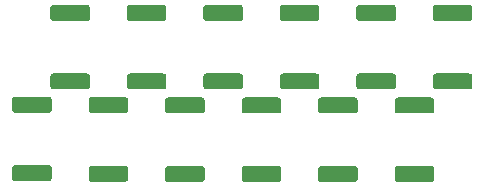
<source format=gbr>
G04 #@! TF.GenerationSoftware,KiCad,Pcbnew,(5.0.0)*
G04 #@! TF.CreationDate,2019-01-28T16:35:15-06:00*
G04 #@! TF.ProjectId,BPSVoltage,425053566F6C746167652E6B69636164,rev?*
G04 #@! TF.SameCoordinates,Original*
G04 #@! TF.FileFunction,Paste,Bot*
G04 #@! TF.FilePolarity,Positive*
%FSLAX46Y46*%
G04 Gerber Fmt 4.6, Leading zero omitted, Abs format (unit mm)*
G04 Created by KiCad (PCBNEW (5.0.0)) date 01/28/19 16:35:15*
%MOMM*%
%LPD*%
G01*
G04 APERTURE LIST*
%ADD10C,0.100000*%
%ADD11C,1.350000*%
G04 APERTURE END LIST*
D10*
G04 #@! TO.C,R4*
G36*
X180422065Y-61323326D02*
X180446333Y-61326926D01*
X180470132Y-61332887D01*
X180493231Y-61341152D01*
X180515410Y-61351642D01*
X180536453Y-61364254D01*
X180556159Y-61378869D01*
X180574337Y-61395345D01*
X180590813Y-61413523D01*
X180605428Y-61433229D01*
X180618040Y-61454272D01*
X180628530Y-61476451D01*
X180636795Y-61499550D01*
X180642756Y-61523349D01*
X180646356Y-61547617D01*
X180647560Y-61572121D01*
X180647560Y-62422123D01*
X180646356Y-62446627D01*
X180642756Y-62470895D01*
X180636795Y-62494694D01*
X180628530Y-62517793D01*
X180618040Y-62539972D01*
X180605428Y-62561015D01*
X180590813Y-62580721D01*
X180574337Y-62598899D01*
X180556159Y-62615375D01*
X180536453Y-62629990D01*
X180515410Y-62642602D01*
X180493231Y-62653092D01*
X180470132Y-62661357D01*
X180446333Y-62667318D01*
X180422065Y-62670918D01*
X180397561Y-62672122D01*
X177547559Y-62672122D01*
X177523055Y-62670918D01*
X177498787Y-62667318D01*
X177474988Y-62661357D01*
X177451889Y-62653092D01*
X177429710Y-62642602D01*
X177408667Y-62629990D01*
X177388961Y-62615375D01*
X177370783Y-62598899D01*
X177354307Y-62580721D01*
X177339692Y-62561015D01*
X177327080Y-62539972D01*
X177316590Y-62517793D01*
X177308325Y-62494694D01*
X177302364Y-62470895D01*
X177298764Y-62446627D01*
X177297560Y-62422123D01*
X177297560Y-61572121D01*
X177298764Y-61547617D01*
X177302364Y-61523349D01*
X177308325Y-61499550D01*
X177316590Y-61476451D01*
X177327080Y-61454272D01*
X177339692Y-61433229D01*
X177354307Y-61413523D01*
X177370783Y-61395345D01*
X177388961Y-61378869D01*
X177408667Y-61364254D01*
X177429710Y-61351642D01*
X177451889Y-61341152D01*
X177474988Y-61332887D01*
X177498787Y-61326926D01*
X177523055Y-61323326D01*
X177547559Y-61322122D01*
X180397561Y-61322122D01*
X180422065Y-61323326D01*
X180422065Y-61323326D01*
G37*
D11*
X178972560Y-61997122D03*
D10*
G36*
X180422065Y-55523326D02*
X180446333Y-55526926D01*
X180470132Y-55532887D01*
X180493231Y-55541152D01*
X180515410Y-55551642D01*
X180536453Y-55564254D01*
X180556159Y-55578869D01*
X180574337Y-55595345D01*
X180590813Y-55613523D01*
X180605428Y-55633229D01*
X180618040Y-55654272D01*
X180628530Y-55676451D01*
X180636795Y-55699550D01*
X180642756Y-55723349D01*
X180646356Y-55747617D01*
X180647560Y-55772121D01*
X180647560Y-56622123D01*
X180646356Y-56646627D01*
X180642756Y-56670895D01*
X180636795Y-56694694D01*
X180628530Y-56717793D01*
X180618040Y-56739972D01*
X180605428Y-56761015D01*
X180590813Y-56780721D01*
X180574337Y-56798899D01*
X180556159Y-56815375D01*
X180536453Y-56829990D01*
X180515410Y-56842602D01*
X180493231Y-56853092D01*
X180470132Y-56861357D01*
X180446333Y-56867318D01*
X180422065Y-56870918D01*
X180397561Y-56872122D01*
X177547559Y-56872122D01*
X177523055Y-56870918D01*
X177498787Y-56867318D01*
X177474988Y-56861357D01*
X177451889Y-56853092D01*
X177429710Y-56842602D01*
X177408667Y-56829990D01*
X177388961Y-56815375D01*
X177370783Y-56798899D01*
X177354307Y-56780721D01*
X177339692Y-56761015D01*
X177327080Y-56739972D01*
X177316590Y-56717793D01*
X177308325Y-56694694D01*
X177302364Y-56670895D01*
X177298764Y-56646627D01*
X177297560Y-56622123D01*
X177297560Y-55772121D01*
X177298764Y-55747617D01*
X177302364Y-55723349D01*
X177308325Y-55699550D01*
X177316590Y-55676451D01*
X177327080Y-55654272D01*
X177339692Y-55633229D01*
X177354307Y-55613523D01*
X177370783Y-55595345D01*
X177388961Y-55578869D01*
X177408667Y-55564254D01*
X177429710Y-55551642D01*
X177451889Y-55541152D01*
X177474988Y-55532887D01*
X177498787Y-55526926D01*
X177523055Y-55523326D01*
X177547559Y-55522122D01*
X180397561Y-55522122D01*
X180422065Y-55523326D01*
X180422065Y-55523326D01*
G37*
D11*
X178972560Y-56197122D03*
G04 #@! TD*
D10*
G04 #@! TO.C,R6*
G36*
X177183565Y-63355326D02*
X177207833Y-63358926D01*
X177231632Y-63364887D01*
X177254731Y-63373152D01*
X177276910Y-63383642D01*
X177297953Y-63396254D01*
X177317659Y-63410869D01*
X177335837Y-63427345D01*
X177352313Y-63445523D01*
X177366928Y-63465229D01*
X177379540Y-63486272D01*
X177390030Y-63508451D01*
X177398295Y-63531550D01*
X177404256Y-63555349D01*
X177407856Y-63579617D01*
X177409060Y-63604121D01*
X177409060Y-64454123D01*
X177407856Y-64478627D01*
X177404256Y-64502895D01*
X177398295Y-64526694D01*
X177390030Y-64549793D01*
X177379540Y-64571972D01*
X177366928Y-64593015D01*
X177352313Y-64612721D01*
X177335837Y-64630899D01*
X177317659Y-64647375D01*
X177297953Y-64661990D01*
X177276910Y-64674602D01*
X177254731Y-64685092D01*
X177231632Y-64693357D01*
X177207833Y-64699318D01*
X177183565Y-64702918D01*
X177159061Y-64704122D01*
X174309059Y-64704122D01*
X174284555Y-64702918D01*
X174260287Y-64699318D01*
X174236488Y-64693357D01*
X174213389Y-64685092D01*
X174191210Y-64674602D01*
X174170167Y-64661990D01*
X174150461Y-64647375D01*
X174132283Y-64630899D01*
X174115807Y-64612721D01*
X174101192Y-64593015D01*
X174088580Y-64571972D01*
X174078090Y-64549793D01*
X174069825Y-64526694D01*
X174063864Y-64502895D01*
X174060264Y-64478627D01*
X174059060Y-64454123D01*
X174059060Y-63604121D01*
X174060264Y-63579617D01*
X174063864Y-63555349D01*
X174069825Y-63531550D01*
X174078090Y-63508451D01*
X174088580Y-63486272D01*
X174101192Y-63465229D01*
X174115807Y-63445523D01*
X174132283Y-63427345D01*
X174150461Y-63410869D01*
X174170167Y-63396254D01*
X174191210Y-63383642D01*
X174213389Y-63373152D01*
X174236488Y-63364887D01*
X174260287Y-63358926D01*
X174284555Y-63355326D01*
X174309059Y-63354122D01*
X177159061Y-63354122D01*
X177183565Y-63355326D01*
X177183565Y-63355326D01*
G37*
D11*
X175734060Y-64029122D03*
D10*
G36*
X177183565Y-69155326D02*
X177207833Y-69158926D01*
X177231632Y-69164887D01*
X177254731Y-69173152D01*
X177276910Y-69183642D01*
X177297953Y-69196254D01*
X177317659Y-69210869D01*
X177335837Y-69227345D01*
X177352313Y-69245523D01*
X177366928Y-69265229D01*
X177379540Y-69286272D01*
X177390030Y-69308451D01*
X177398295Y-69331550D01*
X177404256Y-69355349D01*
X177407856Y-69379617D01*
X177409060Y-69404121D01*
X177409060Y-70254123D01*
X177407856Y-70278627D01*
X177404256Y-70302895D01*
X177398295Y-70326694D01*
X177390030Y-70349793D01*
X177379540Y-70371972D01*
X177366928Y-70393015D01*
X177352313Y-70412721D01*
X177335837Y-70430899D01*
X177317659Y-70447375D01*
X177297953Y-70461990D01*
X177276910Y-70474602D01*
X177254731Y-70485092D01*
X177231632Y-70493357D01*
X177207833Y-70499318D01*
X177183565Y-70502918D01*
X177159061Y-70504122D01*
X174309059Y-70504122D01*
X174284555Y-70502918D01*
X174260287Y-70499318D01*
X174236488Y-70493357D01*
X174213389Y-70485092D01*
X174191210Y-70474602D01*
X174170167Y-70461990D01*
X174150461Y-70447375D01*
X174132283Y-70430899D01*
X174115807Y-70412721D01*
X174101192Y-70393015D01*
X174088580Y-70371972D01*
X174078090Y-70349793D01*
X174069825Y-70326694D01*
X174063864Y-70302895D01*
X174060264Y-70278627D01*
X174059060Y-70254123D01*
X174059060Y-69404121D01*
X174060264Y-69379617D01*
X174063864Y-69355349D01*
X174069825Y-69331550D01*
X174078090Y-69308451D01*
X174088580Y-69286272D01*
X174101192Y-69265229D01*
X174115807Y-69245523D01*
X174132283Y-69227345D01*
X174150461Y-69210869D01*
X174170167Y-69196254D01*
X174191210Y-69183642D01*
X174213389Y-69173152D01*
X174236488Y-69164887D01*
X174260287Y-69158926D01*
X174284555Y-69155326D01*
X174309059Y-69154122D01*
X177159061Y-69154122D01*
X177183565Y-69155326D01*
X177183565Y-69155326D01*
G37*
D11*
X175734060Y-69829122D03*
G04 #@! TD*
D10*
G04 #@! TO.C,R8*
G36*
X173945065Y-61323326D02*
X173969333Y-61326926D01*
X173993132Y-61332887D01*
X174016231Y-61341152D01*
X174038410Y-61351642D01*
X174059453Y-61364254D01*
X174079159Y-61378869D01*
X174097337Y-61395345D01*
X174113813Y-61413523D01*
X174128428Y-61433229D01*
X174141040Y-61454272D01*
X174151530Y-61476451D01*
X174159795Y-61499550D01*
X174165756Y-61523349D01*
X174169356Y-61547617D01*
X174170560Y-61572121D01*
X174170560Y-62422123D01*
X174169356Y-62446627D01*
X174165756Y-62470895D01*
X174159795Y-62494694D01*
X174151530Y-62517793D01*
X174141040Y-62539972D01*
X174128428Y-62561015D01*
X174113813Y-62580721D01*
X174097337Y-62598899D01*
X174079159Y-62615375D01*
X174059453Y-62629990D01*
X174038410Y-62642602D01*
X174016231Y-62653092D01*
X173993132Y-62661357D01*
X173969333Y-62667318D01*
X173945065Y-62670918D01*
X173920561Y-62672122D01*
X171070559Y-62672122D01*
X171046055Y-62670918D01*
X171021787Y-62667318D01*
X170997988Y-62661357D01*
X170974889Y-62653092D01*
X170952710Y-62642602D01*
X170931667Y-62629990D01*
X170911961Y-62615375D01*
X170893783Y-62598899D01*
X170877307Y-62580721D01*
X170862692Y-62561015D01*
X170850080Y-62539972D01*
X170839590Y-62517793D01*
X170831325Y-62494694D01*
X170825364Y-62470895D01*
X170821764Y-62446627D01*
X170820560Y-62422123D01*
X170820560Y-61572121D01*
X170821764Y-61547617D01*
X170825364Y-61523349D01*
X170831325Y-61499550D01*
X170839590Y-61476451D01*
X170850080Y-61454272D01*
X170862692Y-61433229D01*
X170877307Y-61413523D01*
X170893783Y-61395345D01*
X170911961Y-61378869D01*
X170931667Y-61364254D01*
X170952710Y-61351642D01*
X170974889Y-61341152D01*
X170997988Y-61332887D01*
X171021787Y-61326926D01*
X171046055Y-61323326D01*
X171070559Y-61322122D01*
X173920561Y-61322122D01*
X173945065Y-61323326D01*
X173945065Y-61323326D01*
G37*
D11*
X172495560Y-61997122D03*
D10*
G36*
X173945065Y-55523326D02*
X173969333Y-55526926D01*
X173993132Y-55532887D01*
X174016231Y-55541152D01*
X174038410Y-55551642D01*
X174059453Y-55564254D01*
X174079159Y-55578869D01*
X174097337Y-55595345D01*
X174113813Y-55613523D01*
X174128428Y-55633229D01*
X174141040Y-55654272D01*
X174151530Y-55676451D01*
X174159795Y-55699550D01*
X174165756Y-55723349D01*
X174169356Y-55747617D01*
X174170560Y-55772121D01*
X174170560Y-56622123D01*
X174169356Y-56646627D01*
X174165756Y-56670895D01*
X174159795Y-56694694D01*
X174151530Y-56717793D01*
X174141040Y-56739972D01*
X174128428Y-56761015D01*
X174113813Y-56780721D01*
X174097337Y-56798899D01*
X174079159Y-56815375D01*
X174059453Y-56829990D01*
X174038410Y-56842602D01*
X174016231Y-56853092D01*
X173993132Y-56861357D01*
X173969333Y-56867318D01*
X173945065Y-56870918D01*
X173920561Y-56872122D01*
X171070559Y-56872122D01*
X171046055Y-56870918D01*
X171021787Y-56867318D01*
X170997988Y-56861357D01*
X170974889Y-56853092D01*
X170952710Y-56842602D01*
X170931667Y-56829990D01*
X170911961Y-56815375D01*
X170893783Y-56798899D01*
X170877307Y-56780721D01*
X170862692Y-56761015D01*
X170850080Y-56739972D01*
X170839590Y-56717793D01*
X170831325Y-56694694D01*
X170825364Y-56670895D01*
X170821764Y-56646627D01*
X170820560Y-56622123D01*
X170820560Y-55772121D01*
X170821764Y-55747617D01*
X170825364Y-55723349D01*
X170831325Y-55699550D01*
X170839590Y-55676451D01*
X170850080Y-55654272D01*
X170862692Y-55633229D01*
X170877307Y-55613523D01*
X170893783Y-55595345D01*
X170911961Y-55578869D01*
X170931667Y-55564254D01*
X170952710Y-55551642D01*
X170974889Y-55541152D01*
X170997988Y-55532887D01*
X171021787Y-55526926D01*
X171046055Y-55523326D01*
X171070559Y-55522122D01*
X173920561Y-55522122D01*
X173945065Y-55523326D01*
X173945065Y-55523326D01*
G37*
D11*
X172495560Y-56197122D03*
G04 #@! TD*
D10*
G04 #@! TO.C,R10*
G36*
X170706565Y-63355326D02*
X170730833Y-63358926D01*
X170754632Y-63364887D01*
X170777731Y-63373152D01*
X170799910Y-63383642D01*
X170820953Y-63396254D01*
X170840659Y-63410869D01*
X170858837Y-63427345D01*
X170875313Y-63445523D01*
X170889928Y-63465229D01*
X170902540Y-63486272D01*
X170913030Y-63508451D01*
X170921295Y-63531550D01*
X170927256Y-63555349D01*
X170930856Y-63579617D01*
X170932060Y-63604121D01*
X170932060Y-64454123D01*
X170930856Y-64478627D01*
X170927256Y-64502895D01*
X170921295Y-64526694D01*
X170913030Y-64549793D01*
X170902540Y-64571972D01*
X170889928Y-64593015D01*
X170875313Y-64612721D01*
X170858837Y-64630899D01*
X170840659Y-64647375D01*
X170820953Y-64661990D01*
X170799910Y-64674602D01*
X170777731Y-64685092D01*
X170754632Y-64693357D01*
X170730833Y-64699318D01*
X170706565Y-64702918D01*
X170682061Y-64704122D01*
X167832059Y-64704122D01*
X167807555Y-64702918D01*
X167783287Y-64699318D01*
X167759488Y-64693357D01*
X167736389Y-64685092D01*
X167714210Y-64674602D01*
X167693167Y-64661990D01*
X167673461Y-64647375D01*
X167655283Y-64630899D01*
X167638807Y-64612721D01*
X167624192Y-64593015D01*
X167611580Y-64571972D01*
X167601090Y-64549793D01*
X167592825Y-64526694D01*
X167586864Y-64502895D01*
X167583264Y-64478627D01*
X167582060Y-64454123D01*
X167582060Y-63604121D01*
X167583264Y-63579617D01*
X167586864Y-63555349D01*
X167592825Y-63531550D01*
X167601090Y-63508451D01*
X167611580Y-63486272D01*
X167624192Y-63465229D01*
X167638807Y-63445523D01*
X167655283Y-63427345D01*
X167673461Y-63410869D01*
X167693167Y-63396254D01*
X167714210Y-63383642D01*
X167736389Y-63373152D01*
X167759488Y-63364887D01*
X167783287Y-63358926D01*
X167807555Y-63355326D01*
X167832059Y-63354122D01*
X170682061Y-63354122D01*
X170706565Y-63355326D01*
X170706565Y-63355326D01*
G37*
D11*
X169257060Y-64029122D03*
D10*
G36*
X170706565Y-69155326D02*
X170730833Y-69158926D01*
X170754632Y-69164887D01*
X170777731Y-69173152D01*
X170799910Y-69183642D01*
X170820953Y-69196254D01*
X170840659Y-69210869D01*
X170858837Y-69227345D01*
X170875313Y-69245523D01*
X170889928Y-69265229D01*
X170902540Y-69286272D01*
X170913030Y-69308451D01*
X170921295Y-69331550D01*
X170927256Y-69355349D01*
X170930856Y-69379617D01*
X170932060Y-69404121D01*
X170932060Y-70254123D01*
X170930856Y-70278627D01*
X170927256Y-70302895D01*
X170921295Y-70326694D01*
X170913030Y-70349793D01*
X170902540Y-70371972D01*
X170889928Y-70393015D01*
X170875313Y-70412721D01*
X170858837Y-70430899D01*
X170840659Y-70447375D01*
X170820953Y-70461990D01*
X170799910Y-70474602D01*
X170777731Y-70485092D01*
X170754632Y-70493357D01*
X170730833Y-70499318D01*
X170706565Y-70502918D01*
X170682061Y-70504122D01*
X167832059Y-70504122D01*
X167807555Y-70502918D01*
X167783287Y-70499318D01*
X167759488Y-70493357D01*
X167736389Y-70485092D01*
X167714210Y-70474602D01*
X167693167Y-70461990D01*
X167673461Y-70447375D01*
X167655283Y-70430899D01*
X167638807Y-70412721D01*
X167624192Y-70393015D01*
X167611580Y-70371972D01*
X167601090Y-70349793D01*
X167592825Y-70326694D01*
X167586864Y-70302895D01*
X167583264Y-70278627D01*
X167582060Y-70254123D01*
X167582060Y-69404121D01*
X167583264Y-69379617D01*
X167586864Y-69355349D01*
X167592825Y-69331550D01*
X167601090Y-69308451D01*
X167611580Y-69286272D01*
X167624192Y-69265229D01*
X167638807Y-69245523D01*
X167655283Y-69227345D01*
X167673461Y-69210869D01*
X167693167Y-69196254D01*
X167714210Y-69183642D01*
X167736389Y-69173152D01*
X167759488Y-69164887D01*
X167783287Y-69158926D01*
X167807555Y-69155326D01*
X167832059Y-69154122D01*
X170682061Y-69154122D01*
X170706565Y-69155326D01*
X170706565Y-69155326D01*
G37*
D11*
X169257060Y-69829122D03*
G04 #@! TD*
D10*
G04 #@! TO.C,R12*
G36*
X167468065Y-61323326D02*
X167492333Y-61326926D01*
X167516132Y-61332887D01*
X167539231Y-61341152D01*
X167561410Y-61351642D01*
X167582453Y-61364254D01*
X167602159Y-61378869D01*
X167620337Y-61395345D01*
X167636813Y-61413523D01*
X167651428Y-61433229D01*
X167664040Y-61454272D01*
X167674530Y-61476451D01*
X167682795Y-61499550D01*
X167688756Y-61523349D01*
X167692356Y-61547617D01*
X167693560Y-61572121D01*
X167693560Y-62422123D01*
X167692356Y-62446627D01*
X167688756Y-62470895D01*
X167682795Y-62494694D01*
X167674530Y-62517793D01*
X167664040Y-62539972D01*
X167651428Y-62561015D01*
X167636813Y-62580721D01*
X167620337Y-62598899D01*
X167602159Y-62615375D01*
X167582453Y-62629990D01*
X167561410Y-62642602D01*
X167539231Y-62653092D01*
X167516132Y-62661357D01*
X167492333Y-62667318D01*
X167468065Y-62670918D01*
X167443561Y-62672122D01*
X164593559Y-62672122D01*
X164569055Y-62670918D01*
X164544787Y-62667318D01*
X164520988Y-62661357D01*
X164497889Y-62653092D01*
X164475710Y-62642602D01*
X164454667Y-62629990D01*
X164434961Y-62615375D01*
X164416783Y-62598899D01*
X164400307Y-62580721D01*
X164385692Y-62561015D01*
X164373080Y-62539972D01*
X164362590Y-62517793D01*
X164354325Y-62494694D01*
X164348364Y-62470895D01*
X164344764Y-62446627D01*
X164343560Y-62422123D01*
X164343560Y-61572121D01*
X164344764Y-61547617D01*
X164348364Y-61523349D01*
X164354325Y-61499550D01*
X164362590Y-61476451D01*
X164373080Y-61454272D01*
X164385692Y-61433229D01*
X164400307Y-61413523D01*
X164416783Y-61395345D01*
X164434961Y-61378869D01*
X164454667Y-61364254D01*
X164475710Y-61351642D01*
X164497889Y-61341152D01*
X164520988Y-61332887D01*
X164544787Y-61326926D01*
X164569055Y-61323326D01*
X164593559Y-61322122D01*
X167443561Y-61322122D01*
X167468065Y-61323326D01*
X167468065Y-61323326D01*
G37*
D11*
X166018560Y-61997122D03*
D10*
G36*
X167468065Y-55523326D02*
X167492333Y-55526926D01*
X167516132Y-55532887D01*
X167539231Y-55541152D01*
X167561410Y-55551642D01*
X167582453Y-55564254D01*
X167602159Y-55578869D01*
X167620337Y-55595345D01*
X167636813Y-55613523D01*
X167651428Y-55633229D01*
X167664040Y-55654272D01*
X167674530Y-55676451D01*
X167682795Y-55699550D01*
X167688756Y-55723349D01*
X167692356Y-55747617D01*
X167693560Y-55772121D01*
X167693560Y-56622123D01*
X167692356Y-56646627D01*
X167688756Y-56670895D01*
X167682795Y-56694694D01*
X167674530Y-56717793D01*
X167664040Y-56739972D01*
X167651428Y-56761015D01*
X167636813Y-56780721D01*
X167620337Y-56798899D01*
X167602159Y-56815375D01*
X167582453Y-56829990D01*
X167561410Y-56842602D01*
X167539231Y-56853092D01*
X167516132Y-56861357D01*
X167492333Y-56867318D01*
X167468065Y-56870918D01*
X167443561Y-56872122D01*
X164593559Y-56872122D01*
X164569055Y-56870918D01*
X164544787Y-56867318D01*
X164520988Y-56861357D01*
X164497889Y-56853092D01*
X164475710Y-56842602D01*
X164454667Y-56829990D01*
X164434961Y-56815375D01*
X164416783Y-56798899D01*
X164400307Y-56780721D01*
X164385692Y-56761015D01*
X164373080Y-56739972D01*
X164362590Y-56717793D01*
X164354325Y-56694694D01*
X164348364Y-56670895D01*
X164344764Y-56646627D01*
X164343560Y-56622123D01*
X164343560Y-55772121D01*
X164344764Y-55747617D01*
X164348364Y-55723349D01*
X164354325Y-55699550D01*
X164362590Y-55676451D01*
X164373080Y-55654272D01*
X164385692Y-55633229D01*
X164400307Y-55613523D01*
X164416783Y-55595345D01*
X164434961Y-55578869D01*
X164454667Y-55564254D01*
X164475710Y-55551642D01*
X164497889Y-55541152D01*
X164520988Y-55532887D01*
X164544787Y-55526926D01*
X164569055Y-55523326D01*
X164593559Y-55522122D01*
X167443561Y-55522122D01*
X167468065Y-55523326D01*
X167468065Y-55523326D01*
G37*
D11*
X166018560Y-56197122D03*
G04 #@! TD*
D10*
G04 #@! TO.C,R14*
G36*
X164229565Y-63355326D02*
X164253833Y-63358926D01*
X164277632Y-63364887D01*
X164300731Y-63373152D01*
X164322910Y-63383642D01*
X164343953Y-63396254D01*
X164363659Y-63410869D01*
X164381837Y-63427345D01*
X164398313Y-63445523D01*
X164412928Y-63465229D01*
X164425540Y-63486272D01*
X164436030Y-63508451D01*
X164444295Y-63531550D01*
X164450256Y-63555349D01*
X164453856Y-63579617D01*
X164455060Y-63604121D01*
X164455060Y-64454123D01*
X164453856Y-64478627D01*
X164450256Y-64502895D01*
X164444295Y-64526694D01*
X164436030Y-64549793D01*
X164425540Y-64571972D01*
X164412928Y-64593015D01*
X164398313Y-64612721D01*
X164381837Y-64630899D01*
X164363659Y-64647375D01*
X164343953Y-64661990D01*
X164322910Y-64674602D01*
X164300731Y-64685092D01*
X164277632Y-64693357D01*
X164253833Y-64699318D01*
X164229565Y-64702918D01*
X164205061Y-64704122D01*
X161355059Y-64704122D01*
X161330555Y-64702918D01*
X161306287Y-64699318D01*
X161282488Y-64693357D01*
X161259389Y-64685092D01*
X161237210Y-64674602D01*
X161216167Y-64661990D01*
X161196461Y-64647375D01*
X161178283Y-64630899D01*
X161161807Y-64612721D01*
X161147192Y-64593015D01*
X161134580Y-64571972D01*
X161124090Y-64549793D01*
X161115825Y-64526694D01*
X161109864Y-64502895D01*
X161106264Y-64478627D01*
X161105060Y-64454123D01*
X161105060Y-63604121D01*
X161106264Y-63579617D01*
X161109864Y-63555349D01*
X161115825Y-63531550D01*
X161124090Y-63508451D01*
X161134580Y-63486272D01*
X161147192Y-63465229D01*
X161161807Y-63445523D01*
X161178283Y-63427345D01*
X161196461Y-63410869D01*
X161216167Y-63396254D01*
X161237210Y-63383642D01*
X161259389Y-63373152D01*
X161282488Y-63364887D01*
X161306287Y-63358926D01*
X161330555Y-63355326D01*
X161355059Y-63354122D01*
X164205061Y-63354122D01*
X164229565Y-63355326D01*
X164229565Y-63355326D01*
G37*
D11*
X162780060Y-64029122D03*
D10*
G36*
X164229565Y-69155326D02*
X164253833Y-69158926D01*
X164277632Y-69164887D01*
X164300731Y-69173152D01*
X164322910Y-69183642D01*
X164343953Y-69196254D01*
X164363659Y-69210869D01*
X164381837Y-69227345D01*
X164398313Y-69245523D01*
X164412928Y-69265229D01*
X164425540Y-69286272D01*
X164436030Y-69308451D01*
X164444295Y-69331550D01*
X164450256Y-69355349D01*
X164453856Y-69379617D01*
X164455060Y-69404121D01*
X164455060Y-70254123D01*
X164453856Y-70278627D01*
X164450256Y-70302895D01*
X164444295Y-70326694D01*
X164436030Y-70349793D01*
X164425540Y-70371972D01*
X164412928Y-70393015D01*
X164398313Y-70412721D01*
X164381837Y-70430899D01*
X164363659Y-70447375D01*
X164343953Y-70461990D01*
X164322910Y-70474602D01*
X164300731Y-70485092D01*
X164277632Y-70493357D01*
X164253833Y-70499318D01*
X164229565Y-70502918D01*
X164205061Y-70504122D01*
X161355059Y-70504122D01*
X161330555Y-70502918D01*
X161306287Y-70499318D01*
X161282488Y-70493357D01*
X161259389Y-70485092D01*
X161237210Y-70474602D01*
X161216167Y-70461990D01*
X161196461Y-70447375D01*
X161178283Y-70430899D01*
X161161807Y-70412721D01*
X161147192Y-70393015D01*
X161134580Y-70371972D01*
X161124090Y-70349793D01*
X161115825Y-70326694D01*
X161109864Y-70302895D01*
X161106264Y-70278627D01*
X161105060Y-70254123D01*
X161105060Y-69404121D01*
X161106264Y-69379617D01*
X161109864Y-69355349D01*
X161115825Y-69331550D01*
X161124090Y-69308451D01*
X161134580Y-69286272D01*
X161147192Y-69265229D01*
X161161807Y-69245523D01*
X161178283Y-69227345D01*
X161196461Y-69210869D01*
X161216167Y-69196254D01*
X161237210Y-69183642D01*
X161259389Y-69173152D01*
X161282488Y-69164887D01*
X161306287Y-69158926D01*
X161330555Y-69155326D01*
X161355059Y-69154122D01*
X164205061Y-69154122D01*
X164229565Y-69155326D01*
X164229565Y-69155326D01*
G37*
D11*
X162780060Y-69829122D03*
G04 #@! TD*
D10*
G04 #@! TO.C,R18*
G36*
X160991065Y-61323326D02*
X161015333Y-61326926D01*
X161039132Y-61332887D01*
X161062231Y-61341152D01*
X161084410Y-61351642D01*
X161105453Y-61364254D01*
X161125159Y-61378869D01*
X161143337Y-61395345D01*
X161159813Y-61413523D01*
X161174428Y-61433229D01*
X161187040Y-61454272D01*
X161197530Y-61476451D01*
X161205795Y-61499550D01*
X161211756Y-61523349D01*
X161215356Y-61547617D01*
X161216560Y-61572121D01*
X161216560Y-62422123D01*
X161215356Y-62446627D01*
X161211756Y-62470895D01*
X161205795Y-62494694D01*
X161197530Y-62517793D01*
X161187040Y-62539972D01*
X161174428Y-62561015D01*
X161159813Y-62580721D01*
X161143337Y-62598899D01*
X161125159Y-62615375D01*
X161105453Y-62629990D01*
X161084410Y-62642602D01*
X161062231Y-62653092D01*
X161039132Y-62661357D01*
X161015333Y-62667318D01*
X160991065Y-62670918D01*
X160966561Y-62672122D01*
X158116559Y-62672122D01*
X158092055Y-62670918D01*
X158067787Y-62667318D01*
X158043988Y-62661357D01*
X158020889Y-62653092D01*
X157998710Y-62642602D01*
X157977667Y-62629990D01*
X157957961Y-62615375D01*
X157939783Y-62598899D01*
X157923307Y-62580721D01*
X157908692Y-62561015D01*
X157896080Y-62539972D01*
X157885590Y-62517793D01*
X157877325Y-62494694D01*
X157871364Y-62470895D01*
X157867764Y-62446627D01*
X157866560Y-62422123D01*
X157866560Y-61572121D01*
X157867764Y-61547617D01*
X157871364Y-61523349D01*
X157877325Y-61499550D01*
X157885590Y-61476451D01*
X157896080Y-61454272D01*
X157908692Y-61433229D01*
X157923307Y-61413523D01*
X157939783Y-61395345D01*
X157957961Y-61378869D01*
X157977667Y-61364254D01*
X157998710Y-61351642D01*
X158020889Y-61341152D01*
X158043988Y-61332887D01*
X158067787Y-61326926D01*
X158092055Y-61323326D01*
X158116559Y-61322122D01*
X160966561Y-61322122D01*
X160991065Y-61323326D01*
X160991065Y-61323326D01*
G37*
D11*
X159541560Y-61997122D03*
D10*
G36*
X160991065Y-55523326D02*
X161015333Y-55526926D01*
X161039132Y-55532887D01*
X161062231Y-55541152D01*
X161084410Y-55551642D01*
X161105453Y-55564254D01*
X161125159Y-55578869D01*
X161143337Y-55595345D01*
X161159813Y-55613523D01*
X161174428Y-55633229D01*
X161187040Y-55654272D01*
X161197530Y-55676451D01*
X161205795Y-55699550D01*
X161211756Y-55723349D01*
X161215356Y-55747617D01*
X161216560Y-55772121D01*
X161216560Y-56622123D01*
X161215356Y-56646627D01*
X161211756Y-56670895D01*
X161205795Y-56694694D01*
X161197530Y-56717793D01*
X161187040Y-56739972D01*
X161174428Y-56761015D01*
X161159813Y-56780721D01*
X161143337Y-56798899D01*
X161125159Y-56815375D01*
X161105453Y-56829990D01*
X161084410Y-56842602D01*
X161062231Y-56853092D01*
X161039132Y-56861357D01*
X161015333Y-56867318D01*
X160991065Y-56870918D01*
X160966561Y-56872122D01*
X158116559Y-56872122D01*
X158092055Y-56870918D01*
X158067787Y-56867318D01*
X158043988Y-56861357D01*
X158020889Y-56853092D01*
X157998710Y-56842602D01*
X157977667Y-56829990D01*
X157957961Y-56815375D01*
X157939783Y-56798899D01*
X157923307Y-56780721D01*
X157908692Y-56761015D01*
X157896080Y-56739972D01*
X157885590Y-56717793D01*
X157877325Y-56694694D01*
X157871364Y-56670895D01*
X157867764Y-56646627D01*
X157866560Y-56622123D01*
X157866560Y-55772121D01*
X157867764Y-55747617D01*
X157871364Y-55723349D01*
X157877325Y-55699550D01*
X157885590Y-55676451D01*
X157896080Y-55654272D01*
X157908692Y-55633229D01*
X157923307Y-55613523D01*
X157939783Y-55595345D01*
X157957961Y-55578869D01*
X157977667Y-55564254D01*
X157998710Y-55551642D01*
X158020889Y-55541152D01*
X158043988Y-55532887D01*
X158067787Y-55526926D01*
X158092055Y-55523326D01*
X158116559Y-55522122D01*
X160966561Y-55522122D01*
X160991065Y-55523326D01*
X160991065Y-55523326D01*
G37*
D11*
X159541560Y-56197122D03*
G04 #@! TD*
D10*
G04 #@! TO.C,R21*
G36*
X157752565Y-63355326D02*
X157776833Y-63358926D01*
X157800632Y-63364887D01*
X157823731Y-63373152D01*
X157845910Y-63383642D01*
X157866953Y-63396254D01*
X157886659Y-63410869D01*
X157904837Y-63427345D01*
X157921313Y-63445523D01*
X157935928Y-63465229D01*
X157948540Y-63486272D01*
X157959030Y-63508451D01*
X157967295Y-63531550D01*
X157973256Y-63555349D01*
X157976856Y-63579617D01*
X157978060Y-63604121D01*
X157978060Y-64454123D01*
X157976856Y-64478627D01*
X157973256Y-64502895D01*
X157967295Y-64526694D01*
X157959030Y-64549793D01*
X157948540Y-64571972D01*
X157935928Y-64593015D01*
X157921313Y-64612721D01*
X157904837Y-64630899D01*
X157886659Y-64647375D01*
X157866953Y-64661990D01*
X157845910Y-64674602D01*
X157823731Y-64685092D01*
X157800632Y-64693357D01*
X157776833Y-64699318D01*
X157752565Y-64702918D01*
X157728061Y-64704122D01*
X154878059Y-64704122D01*
X154853555Y-64702918D01*
X154829287Y-64699318D01*
X154805488Y-64693357D01*
X154782389Y-64685092D01*
X154760210Y-64674602D01*
X154739167Y-64661990D01*
X154719461Y-64647375D01*
X154701283Y-64630899D01*
X154684807Y-64612721D01*
X154670192Y-64593015D01*
X154657580Y-64571972D01*
X154647090Y-64549793D01*
X154638825Y-64526694D01*
X154632864Y-64502895D01*
X154629264Y-64478627D01*
X154628060Y-64454123D01*
X154628060Y-63604121D01*
X154629264Y-63579617D01*
X154632864Y-63555349D01*
X154638825Y-63531550D01*
X154647090Y-63508451D01*
X154657580Y-63486272D01*
X154670192Y-63465229D01*
X154684807Y-63445523D01*
X154701283Y-63427345D01*
X154719461Y-63410869D01*
X154739167Y-63396254D01*
X154760210Y-63383642D01*
X154782389Y-63373152D01*
X154805488Y-63364887D01*
X154829287Y-63358926D01*
X154853555Y-63355326D01*
X154878059Y-63354122D01*
X157728061Y-63354122D01*
X157752565Y-63355326D01*
X157752565Y-63355326D01*
G37*
D11*
X156303060Y-64029122D03*
D10*
G36*
X157752565Y-69155326D02*
X157776833Y-69158926D01*
X157800632Y-69164887D01*
X157823731Y-69173152D01*
X157845910Y-69183642D01*
X157866953Y-69196254D01*
X157886659Y-69210869D01*
X157904837Y-69227345D01*
X157921313Y-69245523D01*
X157935928Y-69265229D01*
X157948540Y-69286272D01*
X157959030Y-69308451D01*
X157967295Y-69331550D01*
X157973256Y-69355349D01*
X157976856Y-69379617D01*
X157978060Y-69404121D01*
X157978060Y-70254123D01*
X157976856Y-70278627D01*
X157973256Y-70302895D01*
X157967295Y-70326694D01*
X157959030Y-70349793D01*
X157948540Y-70371972D01*
X157935928Y-70393015D01*
X157921313Y-70412721D01*
X157904837Y-70430899D01*
X157886659Y-70447375D01*
X157866953Y-70461990D01*
X157845910Y-70474602D01*
X157823731Y-70485092D01*
X157800632Y-70493357D01*
X157776833Y-70499318D01*
X157752565Y-70502918D01*
X157728061Y-70504122D01*
X154878059Y-70504122D01*
X154853555Y-70502918D01*
X154829287Y-70499318D01*
X154805488Y-70493357D01*
X154782389Y-70485092D01*
X154760210Y-70474602D01*
X154739167Y-70461990D01*
X154719461Y-70447375D01*
X154701283Y-70430899D01*
X154684807Y-70412721D01*
X154670192Y-70393015D01*
X154657580Y-70371972D01*
X154647090Y-70349793D01*
X154638825Y-70326694D01*
X154632864Y-70302895D01*
X154629264Y-70278627D01*
X154628060Y-70254123D01*
X154628060Y-69404121D01*
X154629264Y-69379617D01*
X154632864Y-69355349D01*
X154638825Y-69331550D01*
X154647090Y-69308451D01*
X154657580Y-69286272D01*
X154670192Y-69265229D01*
X154684807Y-69245523D01*
X154701283Y-69227345D01*
X154719461Y-69210869D01*
X154739167Y-69196254D01*
X154760210Y-69183642D01*
X154782389Y-69173152D01*
X154805488Y-69164887D01*
X154829287Y-69158926D01*
X154853555Y-69155326D01*
X154878059Y-69154122D01*
X157728061Y-69154122D01*
X157752565Y-69155326D01*
X157752565Y-69155326D01*
G37*
D11*
X156303060Y-69829122D03*
G04 #@! TD*
D10*
G04 #@! TO.C,R25*
G36*
X154514065Y-61323326D02*
X154538333Y-61326926D01*
X154562132Y-61332887D01*
X154585231Y-61341152D01*
X154607410Y-61351642D01*
X154628453Y-61364254D01*
X154648159Y-61378869D01*
X154666337Y-61395345D01*
X154682813Y-61413523D01*
X154697428Y-61433229D01*
X154710040Y-61454272D01*
X154720530Y-61476451D01*
X154728795Y-61499550D01*
X154734756Y-61523349D01*
X154738356Y-61547617D01*
X154739560Y-61572121D01*
X154739560Y-62422123D01*
X154738356Y-62446627D01*
X154734756Y-62470895D01*
X154728795Y-62494694D01*
X154720530Y-62517793D01*
X154710040Y-62539972D01*
X154697428Y-62561015D01*
X154682813Y-62580721D01*
X154666337Y-62598899D01*
X154648159Y-62615375D01*
X154628453Y-62629990D01*
X154607410Y-62642602D01*
X154585231Y-62653092D01*
X154562132Y-62661357D01*
X154538333Y-62667318D01*
X154514065Y-62670918D01*
X154489561Y-62672122D01*
X151639559Y-62672122D01*
X151615055Y-62670918D01*
X151590787Y-62667318D01*
X151566988Y-62661357D01*
X151543889Y-62653092D01*
X151521710Y-62642602D01*
X151500667Y-62629990D01*
X151480961Y-62615375D01*
X151462783Y-62598899D01*
X151446307Y-62580721D01*
X151431692Y-62561015D01*
X151419080Y-62539972D01*
X151408590Y-62517793D01*
X151400325Y-62494694D01*
X151394364Y-62470895D01*
X151390764Y-62446627D01*
X151389560Y-62422123D01*
X151389560Y-61572121D01*
X151390764Y-61547617D01*
X151394364Y-61523349D01*
X151400325Y-61499550D01*
X151408590Y-61476451D01*
X151419080Y-61454272D01*
X151431692Y-61433229D01*
X151446307Y-61413523D01*
X151462783Y-61395345D01*
X151480961Y-61378869D01*
X151500667Y-61364254D01*
X151521710Y-61351642D01*
X151543889Y-61341152D01*
X151566988Y-61332887D01*
X151590787Y-61326926D01*
X151615055Y-61323326D01*
X151639559Y-61322122D01*
X154489561Y-61322122D01*
X154514065Y-61323326D01*
X154514065Y-61323326D01*
G37*
D11*
X153064560Y-61997122D03*
D10*
G36*
X154514065Y-55523326D02*
X154538333Y-55526926D01*
X154562132Y-55532887D01*
X154585231Y-55541152D01*
X154607410Y-55551642D01*
X154628453Y-55564254D01*
X154648159Y-55578869D01*
X154666337Y-55595345D01*
X154682813Y-55613523D01*
X154697428Y-55633229D01*
X154710040Y-55654272D01*
X154720530Y-55676451D01*
X154728795Y-55699550D01*
X154734756Y-55723349D01*
X154738356Y-55747617D01*
X154739560Y-55772121D01*
X154739560Y-56622123D01*
X154738356Y-56646627D01*
X154734756Y-56670895D01*
X154728795Y-56694694D01*
X154720530Y-56717793D01*
X154710040Y-56739972D01*
X154697428Y-56761015D01*
X154682813Y-56780721D01*
X154666337Y-56798899D01*
X154648159Y-56815375D01*
X154628453Y-56829990D01*
X154607410Y-56842602D01*
X154585231Y-56853092D01*
X154562132Y-56861357D01*
X154538333Y-56867318D01*
X154514065Y-56870918D01*
X154489561Y-56872122D01*
X151639559Y-56872122D01*
X151615055Y-56870918D01*
X151590787Y-56867318D01*
X151566988Y-56861357D01*
X151543889Y-56853092D01*
X151521710Y-56842602D01*
X151500667Y-56829990D01*
X151480961Y-56815375D01*
X151462783Y-56798899D01*
X151446307Y-56780721D01*
X151431692Y-56761015D01*
X151419080Y-56739972D01*
X151408590Y-56717793D01*
X151400325Y-56694694D01*
X151394364Y-56670895D01*
X151390764Y-56646627D01*
X151389560Y-56622123D01*
X151389560Y-55772121D01*
X151390764Y-55747617D01*
X151394364Y-55723349D01*
X151400325Y-55699550D01*
X151408590Y-55676451D01*
X151419080Y-55654272D01*
X151431692Y-55633229D01*
X151446307Y-55613523D01*
X151462783Y-55595345D01*
X151480961Y-55578869D01*
X151500667Y-55564254D01*
X151521710Y-55551642D01*
X151543889Y-55541152D01*
X151566988Y-55532887D01*
X151590787Y-55526926D01*
X151615055Y-55523326D01*
X151639559Y-55522122D01*
X154489561Y-55522122D01*
X154514065Y-55523326D01*
X154514065Y-55523326D01*
G37*
D11*
X153064560Y-56197122D03*
G04 #@! TD*
D10*
G04 #@! TO.C,R28*
G36*
X151275565Y-63333826D02*
X151299833Y-63337426D01*
X151323632Y-63343387D01*
X151346731Y-63351652D01*
X151368910Y-63362142D01*
X151389953Y-63374754D01*
X151409659Y-63389369D01*
X151427837Y-63405845D01*
X151444313Y-63424023D01*
X151458928Y-63443729D01*
X151471540Y-63464772D01*
X151482030Y-63486951D01*
X151490295Y-63510050D01*
X151496256Y-63533849D01*
X151499856Y-63558117D01*
X151501060Y-63582621D01*
X151501060Y-64432623D01*
X151499856Y-64457127D01*
X151496256Y-64481395D01*
X151490295Y-64505194D01*
X151482030Y-64528293D01*
X151471540Y-64550472D01*
X151458928Y-64571515D01*
X151444313Y-64591221D01*
X151427837Y-64609399D01*
X151409659Y-64625875D01*
X151389953Y-64640490D01*
X151368910Y-64653102D01*
X151346731Y-64663592D01*
X151323632Y-64671857D01*
X151299833Y-64677818D01*
X151275565Y-64681418D01*
X151251061Y-64682622D01*
X148401059Y-64682622D01*
X148376555Y-64681418D01*
X148352287Y-64677818D01*
X148328488Y-64671857D01*
X148305389Y-64663592D01*
X148283210Y-64653102D01*
X148262167Y-64640490D01*
X148242461Y-64625875D01*
X148224283Y-64609399D01*
X148207807Y-64591221D01*
X148193192Y-64571515D01*
X148180580Y-64550472D01*
X148170090Y-64528293D01*
X148161825Y-64505194D01*
X148155864Y-64481395D01*
X148152264Y-64457127D01*
X148151060Y-64432623D01*
X148151060Y-63582621D01*
X148152264Y-63558117D01*
X148155864Y-63533849D01*
X148161825Y-63510050D01*
X148170090Y-63486951D01*
X148180580Y-63464772D01*
X148193192Y-63443729D01*
X148207807Y-63424023D01*
X148224283Y-63405845D01*
X148242461Y-63389369D01*
X148262167Y-63374754D01*
X148283210Y-63362142D01*
X148305389Y-63351652D01*
X148328488Y-63343387D01*
X148352287Y-63337426D01*
X148376555Y-63333826D01*
X148401059Y-63332622D01*
X151251061Y-63332622D01*
X151275565Y-63333826D01*
X151275565Y-63333826D01*
G37*
D11*
X149826060Y-64007622D03*
D10*
G36*
X151275565Y-69133826D02*
X151299833Y-69137426D01*
X151323632Y-69143387D01*
X151346731Y-69151652D01*
X151368910Y-69162142D01*
X151389953Y-69174754D01*
X151409659Y-69189369D01*
X151427837Y-69205845D01*
X151444313Y-69224023D01*
X151458928Y-69243729D01*
X151471540Y-69264772D01*
X151482030Y-69286951D01*
X151490295Y-69310050D01*
X151496256Y-69333849D01*
X151499856Y-69358117D01*
X151501060Y-69382621D01*
X151501060Y-70232623D01*
X151499856Y-70257127D01*
X151496256Y-70281395D01*
X151490295Y-70305194D01*
X151482030Y-70328293D01*
X151471540Y-70350472D01*
X151458928Y-70371515D01*
X151444313Y-70391221D01*
X151427837Y-70409399D01*
X151409659Y-70425875D01*
X151389953Y-70440490D01*
X151368910Y-70453102D01*
X151346731Y-70463592D01*
X151323632Y-70471857D01*
X151299833Y-70477818D01*
X151275565Y-70481418D01*
X151251061Y-70482622D01*
X148401059Y-70482622D01*
X148376555Y-70481418D01*
X148352287Y-70477818D01*
X148328488Y-70471857D01*
X148305389Y-70463592D01*
X148283210Y-70453102D01*
X148262167Y-70440490D01*
X148242461Y-70425875D01*
X148224283Y-70409399D01*
X148207807Y-70391221D01*
X148193192Y-70371515D01*
X148180580Y-70350472D01*
X148170090Y-70328293D01*
X148161825Y-70305194D01*
X148155864Y-70281395D01*
X148152264Y-70257127D01*
X148151060Y-70232623D01*
X148151060Y-69382621D01*
X148152264Y-69358117D01*
X148155864Y-69333849D01*
X148161825Y-69310050D01*
X148170090Y-69286951D01*
X148180580Y-69264772D01*
X148193192Y-69243729D01*
X148207807Y-69224023D01*
X148224283Y-69205845D01*
X148242461Y-69189369D01*
X148262167Y-69174754D01*
X148283210Y-69162142D01*
X148305389Y-69151652D01*
X148328488Y-69143387D01*
X148352287Y-69137426D01*
X148376555Y-69133826D01*
X148401059Y-69132622D01*
X151251061Y-69132622D01*
X151275565Y-69133826D01*
X151275565Y-69133826D01*
G37*
D11*
X149826060Y-69807622D03*
G04 #@! TD*
D10*
G04 #@! TO.C,R30*
G36*
X148037065Y-61323326D02*
X148061333Y-61326926D01*
X148085132Y-61332887D01*
X148108231Y-61341152D01*
X148130410Y-61351642D01*
X148151453Y-61364254D01*
X148171159Y-61378869D01*
X148189337Y-61395345D01*
X148205813Y-61413523D01*
X148220428Y-61433229D01*
X148233040Y-61454272D01*
X148243530Y-61476451D01*
X148251795Y-61499550D01*
X148257756Y-61523349D01*
X148261356Y-61547617D01*
X148262560Y-61572121D01*
X148262560Y-62422123D01*
X148261356Y-62446627D01*
X148257756Y-62470895D01*
X148251795Y-62494694D01*
X148243530Y-62517793D01*
X148233040Y-62539972D01*
X148220428Y-62561015D01*
X148205813Y-62580721D01*
X148189337Y-62598899D01*
X148171159Y-62615375D01*
X148151453Y-62629990D01*
X148130410Y-62642602D01*
X148108231Y-62653092D01*
X148085132Y-62661357D01*
X148061333Y-62667318D01*
X148037065Y-62670918D01*
X148012561Y-62672122D01*
X145162559Y-62672122D01*
X145138055Y-62670918D01*
X145113787Y-62667318D01*
X145089988Y-62661357D01*
X145066889Y-62653092D01*
X145044710Y-62642602D01*
X145023667Y-62629990D01*
X145003961Y-62615375D01*
X144985783Y-62598899D01*
X144969307Y-62580721D01*
X144954692Y-62561015D01*
X144942080Y-62539972D01*
X144931590Y-62517793D01*
X144923325Y-62494694D01*
X144917364Y-62470895D01*
X144913764Y-62446627D01*
X144912560Y-62422123D01*
X144912560Y-61572121D01*
X144913764Y-61547617D01*
X144917364Y-61523349D01*
X144923325Y-61499550D01*
X144931590Y-61476451D01*
X144942080Y-61454272D01*
X144954692Y-61433229D01*
X144969307Y-61413523D01*
X144985783Y-61395345D01*
X145003961Y-61378869D01*
X145023667Y-61364254D01*
X145044710Y-61351642D01*
X145066889Y-61341152D01*
X145089988Y-61332887D01*
X145113787Y-61326926D01*
X145138055Y-61323326D01*
X145162559Y-61322122D01*
X148012561Y-61322122D01*
X148037065Y-61323326D01*
X148037065Y-61323326D01*
G37*
D11*
X146587560Y-61997122D03*
D10*
G36*
X148037065Y-55523326D02*
X148061333Y-55526926D01*
X148085132Y-55532887D01*
X148108231Y-55541152D01*
X148130410Y-55551642D01*
X148151453Y-55564254D01*
X148171159Y-55578869D01*
X148189337Y-55595345D01*
X148205813Y-55613523D01*
X148220428Y-55633229D01*
X148233040Y-55654272D01*
X148243530Y-55676451D01*
X148251795Y-55699550D01*
X148257756Y-55723349D01*
X148261356Y-55747617D01*
X148262560Y-55772121D01*
X148262560Y-56622123D01*
X148261356Y-56646627D01*
X148257756Y-56670895D01*
X148251795Y-56694694D01*
X148243530Y-56717793D01*
X148233040Y-56739972D01*
X148220428Y-56761015D01*
X148205813Y-56780721D01*
X148189337Y-56798899D01*
X148171159Y-56815375D01*
X148151453Y-56829990D01*
X148130410Y-56842602D01*
X148108231Y-56853092D01*
X148085132Y-56861357D01*
X148061333Y-56867318D01*
X148037065Y-56870918D01*
X148012561Y-56872122D01*
X145162559Y-56872122D01*
X145138055Y-56870918D01*
X145113787Y-56867318D01*
X145089988Y-56861357D01*
X145066889Y-56853092D01*
X145044710Y-56842602D01*
X145023667Y-56829990D01*
X145003961Y-56815375D01*
X144985783Y-56798899D01*
X144969307Y-56780721D01*
X144954692Y-56761015D01*
X144942080Y-56739972D01*
X144931590Y-56717793D01*
X144923325Y-56694694D01*
X144917364Y-56670895D01*
X144913764Y-56646627D01*
X144912560Y-56622123D01*
X144912560Y-55772121D01*
X144913764Y-55747617D01*
X144917364Y-55723349D01*
X144923325Y-55699550D01*
X144931590Y-55676451D01*
X144942080Y-55654272D01*
X144954692Y-55633229D01*
X144969307Y-55613523D01*
X144985783Y-55595345D01*
X145003961Y-55578869D01*
X145023667Y-55564254D01*
X145044710Y-55551642D01*
X145066889Y-55541152D01*
X145089988Y-55532887D01*
X145113787Y-55526926D01*
X145138055Y-55523326D01*
X145162559Y-55522122D01*
X148012561Y-55522122D01*
X148037065Y-55523326D01*
X148037065Y-55523326D01*
G37*
D11*
X146587560Y-56197122D03*
G04 #@! TD*
D10*
G04 #@! TO.C,R32*
G36*
X144798565Y-63291826D02*
X144822833Y-63295426D01*
X144846632Y-63301387D01*
X144869731Y-63309652D01*
X144891910Y-63320142D01*
X144912953Y-63332754D01*
X144932659Y-63347369D01*
X144950837Y-63363845D01*
X144967313Y-63382023D01*
X144981928Y-63401729D01*
X144994540Y-63422772D01*
X145005030Y-63444951D01*
X145013295Y-63468050D01*
X145019256Y-63491849D01*
X145022856Y-63516117D01*
X145024060Y-63540621D01*
X145024060Y-64390623D01*
X145022856Y-64415127D01*
X145019256Y-64439395D01*
X145013295Y-64463194D01*
X145005030Y-64486293D01*
X144994540Y-64508472D01*
X144981928Y-64529515D01*
X144967313Y-64549221D01*
X144950837Y-64567399D01*
X144932659Y-64583875D01*
X144912953Y-64598490D01*
X144891910Y-64611102D01*
X144869731Y-64621592D01*
X144846632Y-64629857D01*
X144822833Y-64635818D01*
X144798565Y-64639418D01*
X144774061Y-64640622D01*
X141924059Y-64640622D01*
X141899555Y-64639418D01*
X141875287Y-64635818D01*
X141851488Y-64629857D01*
X141828389Y-64621592D01*
X141806210Y-64611102D01*
X141785167Y-64598490D01*
X141765461Y-64583875D01*
X141747283Y-64567399D01*
X141730807Y-64549221D01*
X141716192Y-64529515D01*
X141703580Y-64508472D01*
X141693090Y-64486293D01*
X141684825Y-64463194D01*
X141678864Y-64439395D01*
X141675264Y-64415127D01*
X141674060Y-64390623D01*
X141674060Y-63540621D01*
X141675264Y-63516117D01*
X141678864Y-63491849D01*
X141684825Y-63468050D01*
X141693090Y-63444951D01*
X141703580Y-63422772D01*
X141716192Y-63401729D01*
X141730807Y-63382023D01*
X141747283Y-63363845D01*
X141765461Y-63347369D01*
X141785167Y-63332754D01*
X141806210Y-63320142D01*
X141828389Y-63309652D01*
X141851488Y-63301387D01*
X141875287Y-63295426D01*
X141899555Y-63291826D01*
X141924059Y-63290622D01*
X144774061Y-63290622D01*
X144798565Y-63291826D01*
X144798565Y-63291826D01*
G37*
D11*
X143349060Y-63965622D03*
D10*
G36*
X144798565Y-69091826D02*
X144822833Y-69095426D01*
X144846632Y-69101387D01*
X144869731Y-69109652D01*
X144891910Y-69120142D01*
X144912953Y-69132754D01*
X144932659Y-69147369D01*
X144950837Y-69163845D01*
X144967313Y-69182023D01*
X144981928Y-69201729D01*
X144994540Y-69222772D01*
X145005030Y-69244951D01*
X145013295Y-69268050D01*
X145019256Y-69291849D01*
X145022856Y-69316117D01*
X145024060Y-69340621D01*
X145024060Y-70190623D01*
X145022856Y-70215127D01*
X145019256Y-70239395D01*
X145013295Y-70263194D01*
X145005030Y-70286293D01*
X144994540Y-70308472D01*
X144981928Y-70329515D01*
X144967313Y-70349221D01*
X144950837Y-70367399D01*
X144932659Y-70383875D01*
X144912953Y-70398490D01*
X144891910Y-70411102D01*
X144869731Y-70421592D01*
X144846632Y-70429857D01*
X144822833Y-70435818D01*
X144798565Y-70439418D01*
X144774061Y-70440622D01*
X141924059Y-70440622D01*
X141899555Y-70439418D01*
X141875287Y-70435818D01*
X141851488Y-70429857D01*
X141828389Y-70421592D01*
X141806210Y-70411102D01*
X141785167Y-70398490D01*
X141765461Y-70383875D01*
X141747283Y-70367399D01*
X141730807Y-70349221D01*
X141716192Y-70329515D01*
X141703580Y-70308472D01*
X141693090Y-70286293D01*
X141684825Y-70263194D01*
X141678864Y-70239395D01*
X141675264Y-70215127D01*
X141674060Y-70190623D01*
X141674060Y-69340621D01*
X141675264Y-69316117D01*
X141678864Y-69291849D01*
X141684825Y-69268050D01*
X141693090Y-69244951D01*
X141703580Y-69222772D01*
X141716192Y-69201729D01*
X141730807Y-69182023D01*
X141747283Y-69163845D01*
X141765461Y-69147369D01*
X141785167Y-69132754D01*
X141806210Y-69120142D01*
X141828389Y-69109652D01*
X141851488Y-69101387D01*
X141875287Y-69095426D01*
X141899555Y-69091826D01*
X141924059Y-69090622D01*
X144774061Y-69090622D01*
X144798565Y-69091826D01*
X144798565Y-69091826D01*
G37*
D11*
X143349060Y-69765622D03*
G04 #@! TD*
M02*

</source>
